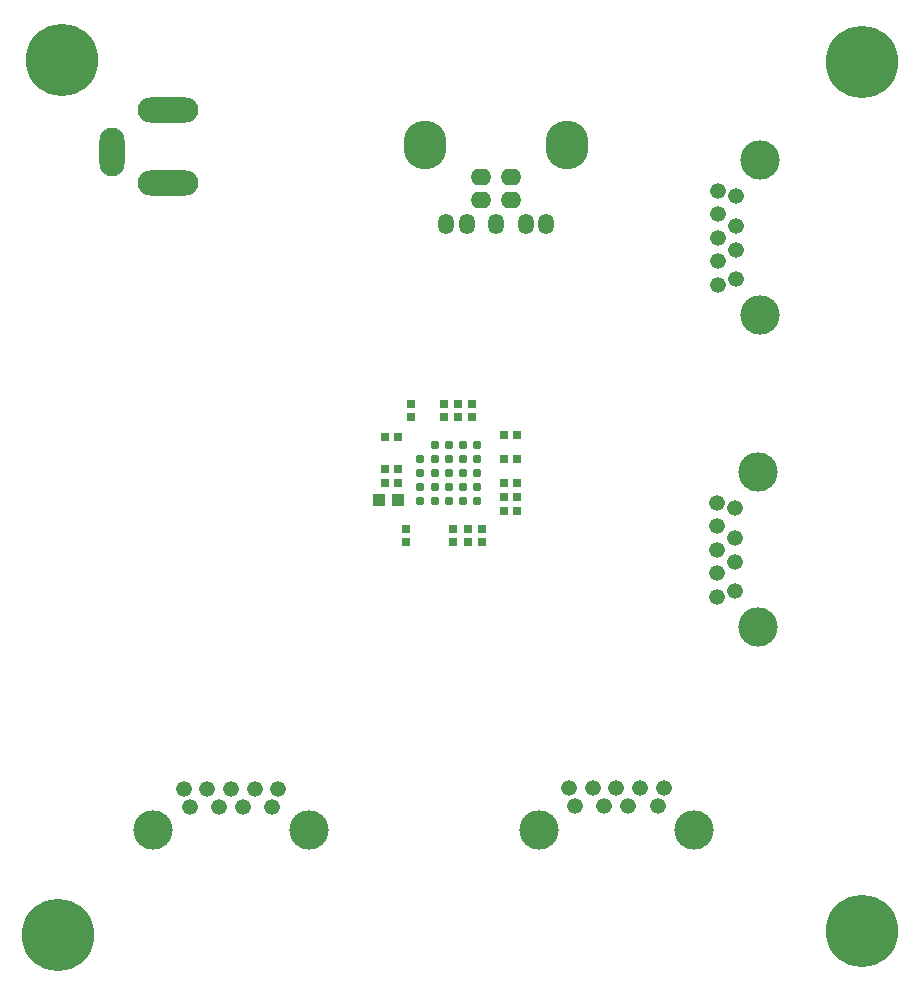
<source format=gbs>
G04*
G04 #@! TF.GenerationSoftware,Altium Limited,Altium Designer,20.0.9 (164)*
G04*
G04 Layer_Color=16711935*
%FSLAX25Y25*%
%MOIN*%
G70*
G01*
G75*
%ADD53R,0.02862X0.03059*%
%ADD57R,0.04043X0.04043*%
%ADD62R,0.03059X0.02862*%
%ADD69O,0.08374X0.16248*%
%ADD70O,0.20185X0.08374*%
%ADD71O,0.05224X0.06799*%
%ADD72O,0.14279X0.16248*%
%ADD73O,0.06799X0.05500*%
%ADD74C,0.05224*%
%ADD75C,0.13098*%
%ADD76C,0.02468*%
%ADD77C,0.24122*%
%ADD78C,0.03098*%
D53*
X475366Y368905D02*
D03*
Y364575D02*
D03*
X480091D02*
D03*
Y368905D02*
D03*
X470642Y364575D02*
D03*
Y368905D02*
D03*
X459618Y364575D02*
D03*
Y368905D02*
D03*
X458043Y327472D02*
D03*
Y323142D02*
D03*
X473791Y327472D02*
D03*
Y323142D02*
D03*
X478516D02*
D03*
Y327472D02*
D03*
X483240Y323142D02*
D03*
Y327472D02*
D03*
D57*
X448850Y337000D02*
D03*
X455150D02*
D03*
D62*
X495098Y333425D02*
D03*
X490768D02*
D03*
Y338150D02*
D03*
X495098D02*
D03*
Y342874D02*
D03*
X490768D02*
D03*
Y350748D02*
D03*
X495098D02*
D03*
Y358622D02*
D03*
X490768D02*
D03*
X455165Y358047D02*
D03*
X450835D02*
D03*
X455165Y347500D02*
D03*
X450835D02*
D03*
Y342874D02*
D03*
X455165D02*
D03*
D69*
X360100Y453116D02*
D03*
D70*
X378500Y442579D02*
D03*
Y466988D02*
D03*
D71*
X471258Y429029D02*
D03*
X478148D02*
D03*
X487912D02*
D03*
X497833D02*
D03*
X504723D02*
D03*
D72*
X511691Y455446D02*
D03*
X464290D02*
D03*
D73*
X492912Y436903D02*
D03*
X483069D02*
D03*
X492912Y444777D02*
D03*
X483069D02*
D03*
D74*
X562094Y408689D02*
D03*
X568000Y410658D02*
D03*
X562094Y416563D02*
D03*
Y424437D02*
D03*
Y432311D02*
D03*
Y440185D02*
D03*
X568000Y420500D02*
D03*
Y428374D02*
D03*
Y438216D02*
D03*
X383886Y240779D02*
D03*
X385854Y234874D02*
D03*
X391760Y240779D02*
D03*
X399634D02*
D03*
X407508D02*
D03*
X415382D02*
D03*
X395697Y234874D02*
D03*
X403571D02*
D03*
X413413D02*
D03*
X512315Y240905D02*
D03*
X514284Y235000D02*
D03*
X520189Y240905D02*
D03*
X528063D02*
D03*
X535937D02*
D03*
X543811D02*
D03*
X524126Y235000D02*
D03*
X532000D02*
D03*
X541843D02*
D03*
X561594Y304689D02*
D03*
X567500Y306658D02*
D03*
X561594Y312563D02*
D03*
Y320437D02*
D03*
Y328311D02*
D03*
Y336185D02*
D03*
X567500Y316500D02*
D03*
Y324374D02*
D03*
Y334216D02*
D03*
D75*
X575874Y398571D02*
D03*
Y450303D02*
D03*
X373768Y227000D02*
D03*
X425500D02*
D03*
X502197Y227126D02*
D03*
X553929D02*
D03*
X575374Y294571D02*
D03*
Y346303D02*
D03*
D76*
X610000Y202949D02*
D03*
X603307Y186807D02*
D03*
Y200193D02*
D03*
X616693Y186807D02*
D03*
X610000Y184051D02*
D03*
X616693Y200193D02*
D03*
X619449Y193500D02*
D03*
X600551D02*
D03*
X342000Y201449D02*
D03*
X335307Y185307D02*
D03*
Y198693D02*
D03*
X348693Y185307D02*
D03*
X342000Y182551D02*
D03*
X348693Y198693D02*
D03*
X351449Y192000D02*
D03*
X332551D02*
D03*
X609807Y492642D02*
D03*
X603114Y476500D02*
D03*
Y489886D02*
D03*
X616500Y476500D02*
D03*
X609807Y473744D02*
D03*
X616500Y489886D02*
D03*
X619256Y483193D02*
D03*
X600358D02*
D03*
X343193Y493142D02*
D03*
X336500Y477000D02*
D03*
Y490386D02*
D03*
X349886Y477000D02*
D03*
X343193Y474244D02*
D03*
X349886Y490386D02*
D03*
X352642Y483693D02*
D03*
X333744D02*
D03*
D77*
X610000Y193500D02*
D03*
X342000Y192000D02*
D03*
X609807Y483193D02*
D03*
X343193Y483693D02*
D03*
D78*
X467492Y355472D02*
D03*
X472217D02*
D03*
X476941D02*
D03*
X481665D02*
D03*
X462768Y350748D02*
D03*
X467492D02*
D03*
X472217Y350748D02*
D03*
X476941Y350748D02*
D03*
X481665D02*
D03*
X462768Y346024D02*
D03*
X467492D02*
D03*
X472217D02*
D03*
X476941D02*
D03*
X481665D02*
D03*
X462768Y341299D02*
D03*
X467492D02*
D03*
X472217D02*
D03*
X476941D02*
D03*
X481665D02*
D03*
X462768Y336575D02*
D03*
X467492D02*
D03*
X472217Y336575D02*
D03*
X476941Y336575D02*
D03*
X481665D02*
D03*
M02*

</source>
